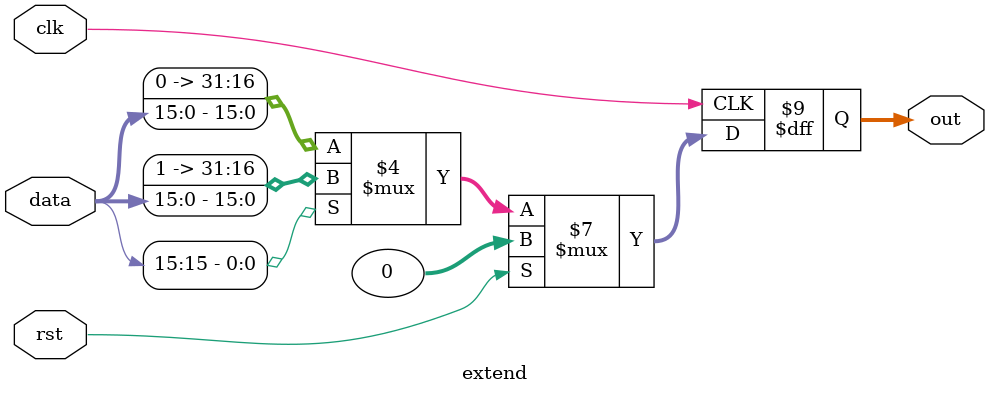
<source format=v>
module extend (
	input rst,
	input clk,
	input  [15:0] data,
	output reg [31:0] out
	
);

always @ (posedge clk) begin
	if(rst) 
		out <= 0;
	else
		if(data[15] == 0)
			out <= { 16'h0, data[15:0] };
		else
			out <= { 16'hffff, data[15:0] };
	end
endmodule 
</source>
